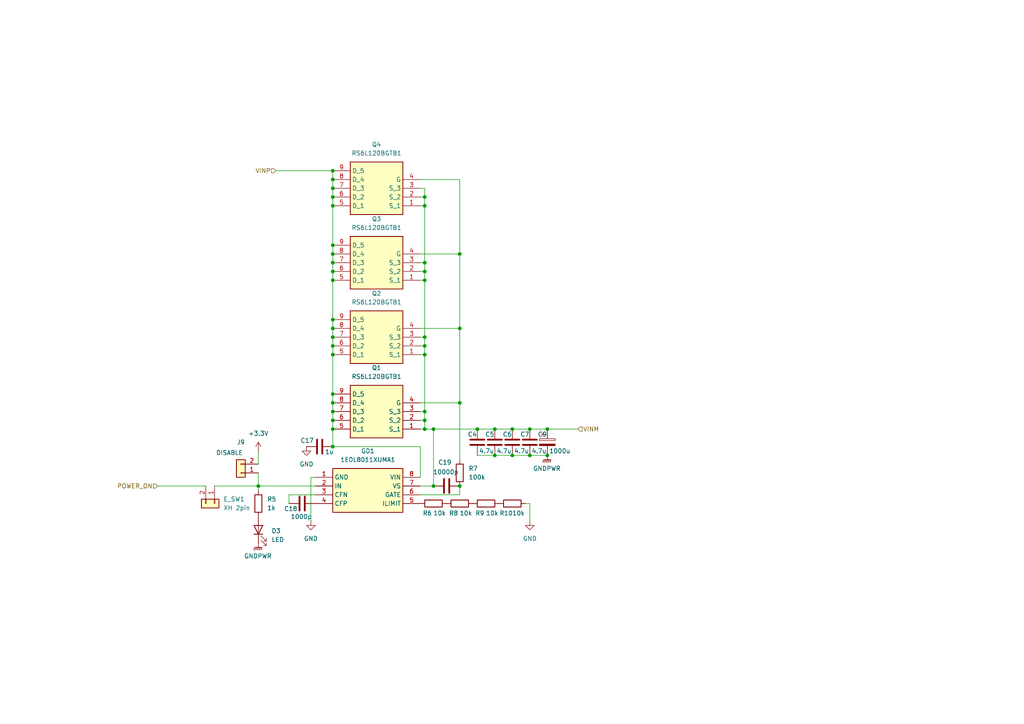
<source format=kicad_sch>
(kicad_sch (version 20250114) (generator "eeschema") (generator_version "9.0")
  (paper "A4")
  (lib_symbols
    (symbol "1EDL8011XUMA1:1EDL8011XUMA1"
      (property "Reference" "IC" (at 26.67 7.62 0))
      (property "Value" "1EDL8011XUMA1" (at 26.67 5.08 0))
      (symbol "1EDL8011XUMA1_1_1"
        (rectangle (start 5.08 2.54) (end 25.4 -10.16) (stroke (width 0.254)) (fill (type background)))
        (pin passive line (at 0 0 0) (length 5.08) (name "GND") (number "1"))
        (pin passive line (at 0 -2.54 0) (length 5.08) (name "IN") (number "2"))
        (pin passive line (at 0 -5.08 0) (length 5.08) (name "CFN") (number "3"))
        (pin passive line (at 0 -7.62 0) (length 5.08) (name "CFP") (number "4"))
        (pin passive line (at 30.48 0 180) (length 5.08) (name "VIN") (number "8"))
        (pin passive line (at 30.48 -2.54 180) (length 5.08) (name "VS") (number "7"))
        (pin passive line (at 30.48 -5.08 180) (length 5.08) (name "GATE") (number "6"))
        (pin passive line (at 30.48 -7.62 180) (length 5.08) (name "ILIMIT") (number "5"))
      )
    )
    (symbol "Connector_Generic:Conn_01x02" (pin_names (offset 1.016) (hide yes))
      (property "Reference" "J" (at 0 2.54 0))
      (property "Value" "Conn_01x02" (at 0 -5.08 0))
      (symbol "Conn_01x02_1_1"
        (rectangle (start -1.27 1.27) (end 1.27 -3.81) (stroke (width 0.254)) (fill (type background)))
        (rectangle (start -1.27 0.127) (end 0 -0.127) (stroke (width 0.1524)))
        (rectangle (start -1.27 -2.413) (end 0 -2.667) (stroke (width 0.1524)))
        (pin passive line (at -5.08 0 0) (length 3.81) (name "Pin_1") (number "1"))
        (pin passive line (at -5.08 -2.54 0) (length 3.81) (name "Pin_2") (number "2"))
      )
    )
    (symbol "Device:C" (pin_numbers (hide yes)) (pin_names (offset 0.254))
      (property "Reference" "C" (at 0.635 2.54 0))
      (property "Value" "C" (at 0.635 -2.54 0))
      (symbol "C_0_1"
        (polyline (pts (xy -2.032 0.762) (xy 2.032 0.762)) (stroke (width 0.508)))
        (polyline (pts (xy -2.032 -0.762) (xy 2.032 -0.762)) (stroke (width 0.508)))
      )
      (symbol "C_1_1"
        (pin passive line (at 0 3.81 270) (length 2.794) (name "~") (number "1"))
        (pin passive line (at 0 -3.81 90) (length 2.794) (name "~") (number "2"))
      )
    )
    (symbol "Device:C_Polarized" (pin_numbers (hide yes)) (pin_names (offset 0.254))
      (property "Reference" "C" (at 0.635 2.54 0))
      (property "Value" "C_Polarized" (at 0.635 -2.54 0))
      (symbol "C_Polarized_0_1"
        (rectangle (start -2.286 0.508) (end 2.286 1.016))
        (polyline (pts (xy -1.778 2.286) (xy -0.762 2.286)))
        (polyline (pts (xy -1.27 2.794) (xy -1.27 1.778)))
        (rectangle (start 2.286 -0.508) (end -2.286 -1.016) (fill (type outline)))
      )
      (symbol "C_Polarized_1_1"
        (pin passive line (at 0 3.81 270) (length 2.794) (name "~") (number "1"))
        (pin passive line (at 0 -3.81 90) (length 2.794) (name "~") (number "2"))
      )
    )
    (symbol "Device:LED" (pin_numbers (hide yes)) (pin_names (offset 1.016) (hide yes))
      (property "Reference" "D" (at 0 2.54 0))
      (property "Value" "LED" (at 0 -2.54 0))
      (symbol "LED_0_1"
        (polyline (pts (xy -3.048 -0.762) (xy -4.572 -2.286) (xy -3.81 -2.286) (xy -4.572 -2.286) (xy -4.572 -1.524)))
        (polyline (pts (xy -1.778 -0.762) (xy -3.302 -2.286) (xy -2.54 -2.286) (xy -3.302 -2.286) (xy -3.302 -1.524)))
        (polyline (pts (xy -1.27 0) (xy 1.27 0)))
        (polyline (pts (xy -1.27 -1.27) (xy -1.27 1.27)) (stroke (width 0.254)))
        (polyline (pts (xy 1.27 -1.27) (xy 1.27 1.27) (xy -1.27 0) (xy 1.27 -1.27)) (stroke (width 0.254)))
      )
      (symbol "LED_1_1"
        (pin passive line (at -3.81 0 0) (length 2.54) (name "K") (number "1"))
        (pin passive line (at 3.81 0 180) (length 2.54) (name "A") (number "2"))
      )
    )
    (symbol "Device:R" (pin_numbers (hide yes)) (pin_names (offset 0))
      (property "Reference" "R" (at 2.032 0 90))
      (property "Value" "R" (at 0 0 90))
      (symbol "R_0_1"
        (rectangle (start -1.016 -2.54) (end 1.016 2.54) (stroke (width 0.254)))
      )
      (symbol "R_1_1"
        (pin passive line (at 0 3.81 270) (length 1.27) (name "~") (number "1"))
        (pin passive line (at 0 -3.81 90) (length 1.27) (name "~") (number "2"))
      )
    )
    (symbol "RS6L120BGTB1:RS6L120BGTB1"
      (property "Reference" "Q1" (at 12.7 -17.78 0))
      (property "Value" "RS6L120BGTB1" (at 12.7 -15.24 0))
      (symbol "RS6L120BGTB1_1_1"
        (rectangle (start 5.08 2.54) (end 20.32 -12.7) (stroke (width 0.254)) (fill (type background)))
        (pin passive line (at 0 0 0) (length 5.08) (name "S_1") (number "1"))
        (pin passive line (at 0 -2.54 0) (length 5.08) (name "S_2") (number "2"))
        (pin passive line (at 0 -5.08 0) (length 5.08) (name "S_3") (number "3"))
        (pin passive line (at 0 -7.62 0) (length 5.08) (name "G") (number "4"))
        (pin passive line (at 25.4 0 180) (length 5.08) (name "D_1") (number "5"))
        (pin passive line (at 25.4 -2.54 180) (length 5.08) (name "D_2") (number "6"))
        (pin passive line (at 25.4 -5.08 180) (length 5.08) (name "D_3") (number "7"))
        (pin passive line (at 25.4 -7.62 180) (length 5.08) (name "D_4") (number "8"))
        (pin passive line (at 25.4 -10.16 180) (length 5.08) (name "D_5") (number "9"))
      )
    )
    (symbol "power:+3.3V" (power) (pin_numbers (hide yes)) (pin_names (offset 0) (hide yes))
      (property "Value" "+3.3V" (at 0 3.556 0))
      (symbol "+3.3V_0_1"
        (polyline (pts (xy -0.762 1.27) (xy 0 2.54)))
        (polyline (pts (xy 0 2.54) (xy 0.762 1.27)))
        (polyline (pts (xy 0 0) (xy 0 2.54)))
      )
      (symbol "+3.3V_1_1"
        (pin power_in line (at 0 0 90) (length 0) (name "~") (number "1"))
      )
    )
    (symbol "power:GND" (power) (pin_numbers (hide yes)) (pin_names (offset 0) (hide yes))
      (property "Value" "GND" (at 0 -3.81 0))
      (symbol "GND_0_1"
        (polyline (pts (xy 0 0) (xy 0 -1.27) (xy 1.27 -1.27) (xy 0 -2.54) (xy -1.27 -1.27) (xy 0 -1.27)))
      )
      (symbol "GND_1_1"
        (pin power_in line (at 0 0 270) (length 0) (name "~") (number "1"))
      )
    )
    (symbol "power:GNDPWR" (power) (pin_numbers (hide yes)) (pin_names (offset 0) (hide yes))
      (property "Value" "GNDPWR" (at 0 -3.302 0))
      (symbol "GNDPWR_0_1"
        (polyline (pts (xy -1.016 -1.27) (xy -1.27 -2.032) (xy -1.27 -2.032)) (stroke (width 0.2032)))
        (polyline (pts (xy -0.508 -1.27) (xy -0.762 -2.032) (xy -0.762 -2.032)) (stroke (width 0.2032)))
        (polyline (pts (xy 0 -1.27) (xy 0 0)))
        (polyline (pts (xy 0 -1.27) (xy -0.254 -2.032) (xy -0.254 -2.032)) (stroke (width 0.2032)))
        (polyline (pts (xy 0.508 -1.27) (xy 0.254 -2.032) (xy 0.254 -2.032)) (stroke (width 0.2032)))
        (polyline (pts (xy 1.016 -1.27) (xy -1.016 -1.27) (xy -1.016 -1.27)) (stroke (width 0.2032)))
        (polyline (pts (xy 1.016 -1.27) (xy 0.762 -2.032) (xy 0.762 -2.032) (xy 0.762 -2.032)) (stroke (width 0.2032)))
      )
      (symbol "GNDPWR_1_1"
        (pin power_in line (at 0 0 270) (length 0) (name "~") (number "1"))
      )
    )
  )
  (junction (at 96.52 59.69))
  (junction (at 143.51 124.46))
  (junction (at 123.19 119.38))
  (junction (at 133.35 95.25))
  (junction (at 125.73 140.97))
  (junction (at 123.19 57.15))
  (junction (at 96.52 71.12))
  (junction (at 96.52 124.46))
  (junction (at 96.52 76.2))
  (junction (at 125.73 124.46))
  (junction (at 123.19 102.87))
  (junction (at 96.52 57.15))
  (junction (at 96.52 102.87))
  (junction (at 74.93 140.97))
  (junction (at 138.43 124.46))
  (junction (at 96.52 73.66))
  (junction (at 96.52 52.07))
  (junction (at 96.52 81.28))
  (junction (at 158.75 132.08))
  (junction (at 148.59 124.46))
  (junction (at 96.52 54.61))
  (junction (at 123.19 76.2))
  (junction (at 96.52 116.84))
  (junction (at 153.67 124.46))
  (junction (at 96.52 119.38))
  (junction (at 133.35 140.97))
  (junction (at 96.52 49.53))
  (junction (at 123.19 124.46))
  (junction (at 123.19 78.74))
  (junction (at 96.52 97.79))
  (junction (at 96.52 114.3))
  (junction (at 133.35 116.84))
  (junction (at 96.52 100.33))
  (junction (at 158.75 124.46))
  (junction (at 123.19 100.33))
  (junction (at 153.67 132.08))
  (junction (at 123.19 81.28))
  (junction (at 96.52 92.71))
  (junction (at 123.19 59.69))
  (junction (at 123.19 97.79))
  (junction (at 143.51 132.08))
  (junction (at 148.59 132.08))
  (junction (at 96.52 129.54))
  (junction (at 96.52 78.74))
  (junction (at 96.52 95.25))
  (junction (at 133.35 73.66))
  (junction (at 96.52 121.92))
  (junction (at 123.19 121.92))
  (wire (pts (xy 96.52 81.28) (xy 96.52 92.71)))
  (wire (pts (xy 121.92 116.84) (xy 133.35 116.84)))
  (wire (pts (xy 96.52 92.71) (xy 96.52 95.25)))
  (wire (pts (xy 74.93 142.24) (xy 74.93 140.97)))
  (wire (pts (xy 74.93 130.81) (xy 74.93 134.62)))
  (wire (pts (xy 121.92 129.54) (xy 96.52 129.54)))
  (wire (pts (xy 133.35 95.25) (xy 133.35 116.84)))
  (wire (pts (xy 133.35 52.07) (xy 133.35 73.66)))
  (wire (pts (xy 96.52 129.54) (xy 96.52 124.46)))
  (wire (pts (xy 123.19 100.33) (xy 121.92 100.33)))
  (wire (pts (xy 80.01 49.53) (xy 96.52 49.53)))
  (wire (pts (xy 74.93 140.97) (xy 91.44 140.97)))
  (wire (pts (xy 123.19 54.61) (xy 123.19 57.15)))
  (wire (pts (xy 96.52 102.87) (xy 96.52 114.3)))
  (wire (pts (xy 121.92 143.51) (xy 133.35 143.51)))
  (wire (pts (xy 123.19 102.87) (xy 123.19 119.38)))
  (wire (pts (xy 96.52 119.38) (xy 96.52 121.92)))
  (wire (pts (xy 123.19 97.79) (xy 121.92 97.79)))
  (wire (pts (xy 153.67 132.08) (xy 158.75 132.08)))
  (wire (pts (xy 96.52 59.69) (xy 96.52 71.12)))
  (wire (pts (xy 62.23 140.97) (xy 74.93 140.97)))
  (wire (pts (xy 138.43 124.46) (xy 143.51 124.46)))
  (wire (pts (xy 96.52 100.33) (xy 96.52 102.87)))
  (wire (pts (xy 123.19 121.92) (xy 121.92 121.92)))
  (wire (pts (xy 148.59 124.46) (xy 153.67 124.46)))
  (wire (pts (xy 96.52 114.3) (xy 96.52 116.84)))
  (wire (pts (xy 121.92 95.25) (xy 133.35 95.25)))
  (wire (pts (xy 96.52 57.15) (xy 96.52 59.69)))
  (wire (pts (xy 133.35 73.66) (xy 133.35 95.25)))
  (wire (pts (xy 125.73 124.46) (xy 138.43 124.46)))
  (wire (pts (xy 125.73 124.46) (xy 125.73 140.97)))
  (wire (pts (xy 83.82 143.51) (xy 83.82 146.05)))
  (wire (pts (xy 121.92 54.61) (xy 123.19 54.61)))
  (wire (pts (xy 133.35 116.84) (xy 133.35 133.35)))
  (wire (pts (xy 74.93 137.16) (xy 74.93 140.97)))
  (wire (pts (xy 123.19 102.87) (xy 121.92 102.87)))
  (wire (pts (xy 121.92 57.15) (xy 123.19 57.15)))
  (wire (pts (xy 123.19 57.15) (xy 123.19 59.69)))
  (wire (pts (xy 143.51 132.08) (xy 148.59 132.08)))
  (wire (pts (xy 123.19 100.33) (xy 123.19 102.87)))
  (wire (pts (xy 96.52 116.84) (xy 96.52 119.38)))
  (wire (pts (xy 123.19 81.28) (xy 123.19 97.79)))
  (wire (pts (xy 153.67 146.05) (xy 152.4 146.05)))
  (wire (pts (xy 143.51 124.46) (xy 148.59 124.46)))
  (wire (pts (xy 96.52 97.79) (xy 96.52 100.33)))
  (wire (pts (xy 121.92 59.69) (xy 123.19 59.69)))
  (wire (pts (xy 121.92 138.43) (xy 121.92 129.54)))
  (wire (pts (xy 121.92 140.97) (xy 125.73 140.97)))
  (wire (pts (xy 123.19 78.74) (xy 121.92 78.74)))
  (wire (pts (xy 121.92 52.07) (xy 133.35 52.07)))
  (wire (pts (xy 91.44 138.43) (xy 90.17 138.43)))
  (wire (pts (xy 158.75 124.46) (xy 167.64 124.46)))
  (wire (pts (xy 123.19 119.38) (xy 123.19 121.92)))
  (wire (pts (xy 96.52 49.53) (xy 96.52 52.07)))
  (wire (pts (xy 96.52 52.07) (xy 96.52 54.61)))
  (wire (pts (xy 133.35 143.51) (xy 133.35 140.97)))
  (wire (pts (xy 123.19 124.46) (xy 125.73 124.46)))
  (wire (pts (xy 96.52 73.66) (xy 96.52 76.2)))
  (wire (pts (xy 123.19 81.28) (xy 121.92 81.28)))
  (wire (pts (xy 123.19 121.92) (xy 123.19 124.46)))
  (wire (pts (xy 90.17 138.43) (xy 90.17 151.13)))
  (wire (pts (xy 138.43 132.08) (xy 143.51 132.08)))
  (wire (pts (xy 45.72 140.97) (xy 59.69 140.97)))
  (wire (pts (xy 123.19 78.74) (xy 123.19 81.28)))
  (wire (pts (xy 123.19 59.69) (xy 123.19 76.2)))
  (wire (pts (xy 96.52 71.12) (xy 96.52 73.66)))
  (wire (pts (xy 153.67 151.13) (xy 153.67 146.05)))
  (wire (pts (xy 123.19 76.2) (xy 123.19 78.74)))
  (wire (pts (xy 96.52 76.2) (xy 96.52 78.74)))
  (wire (pts (xy 123.19 76.2) (xy 121.92 76.2)))
  (wire (pts (xy 123.19 97.79) (xy 123.19 100.33)))
  (wire (pts (xy 153.67 124.46) (xy 158.75 124.46)))
  (wire (pts (xy 148.59 132.08) (xy 153.67 132.08)))
  (wire (pts (xy 123.19 124.46) (xy 121.92 124.46)))
  (wire (pts (xy 123.19 119.38) (xy 121.92 119.38)))
  (wire (pts (xy 96.52 95.25) (xy 96.52 97.79)))
  (wire (pts (xy 96.52 121.92) (xy 96.52 124.46)))
  (wire (pts (xy 96.52 78.74) (xy 96.52 81.28)))
  (wire (pts (xy 96.52 54.61) (xy 96.52 57.15)))
  (wire (pts (xy 83.82 143.51) (xy 91.44 143.51)))
  (wire (pts (xy 121.92 73.66) (xy 133.35 73.66)))
  (hierarchical_label "POWER_ON" (shape input) (at 45.72 140.97 180))
  (hierarchical_label "VINM" (shape input) (at 167.64 124.46 0))
  (hierarchical_label "VINP" (shape input) (at 80.01 49.53 180))
  (symbol (lib_id "power:GNDPWR") (at 158.75 132.08 0) (unit 1)
    (property "Reference" "#PWR022" (effects (hide yes)))
    (property "Value" "GNDPWR" (at 158.623 135.89 0))
    (property "Description" "Power symbol creates a global label with name \"GNDPWR\" , global ground" (effects (hide yes)))
  )
  (symbol (lib_id "Device:C") (at 92.71 129.54 270) (unit 1)
    (property "Reference" "C17" (at 87.122 127.762 90) (effects (justify left)))
    (property "Value" "1u" (at 94.234 131.064 90) (effects (justify left)))
    (property "Footprint" "Capacitor_SMD:C_0603_1608Metric" (effects (hide yes)))
    (property "Description" "Unpolarized capacitor" (effects (hide yes)))
  )
  (symbol (lib_id "RS6L120BGTB1:RS6L120BGTB1") (at 121.92 59.69 180) (unit 1)
    (property "Reference" "Q4" (at 109.22 41.91 0))
    (property "Value" "RS6L120BGTB1" (at 109.22 44.45 0))
    (property "Footprint" "RS6L120BGTB1:RS1L151ATTB1" (effects (hide yes)))
    (property "Datasheet" "https://fscdn.rohm.com//en/products/databook/datasheet/discrete/transistor/mosfet/rs6l120bgtb1-e.pdf" (effects (hide yes)))
    (property "Description" "Nch 60V 150A, HSOP8, Power MOSFET" (effects (hide yes)))
    (property "Manufacturer_Name" "ROHM Semiconductor" (effects (hide yes)))
    (property "Manufacturer_Part_Number" "RS6L120BGTB1" (effects (hide yes)))
    (property "Mouser Part Number" "755-RS6L120BGTB1" (effects (hide yes)))
    (property "Mouser Price/Stock" "https://www.mouser.co.uk/ProductDetail/ROHM-Semiconductor/RS6L120BGTB1?qs=4ASt3YYao0VCNhtUCiGRjw%3D%3D" (effects (hide yes)))
  )
  (symbol (lib_id "Device:C") (at 148.59 128.27 0) (unit 1)
    (property "Reference" "C6" (at 145.796 125.984 0) (effects (justify left)))
    (property "Value" "4.7u" (at 149.098 130.81 0) (effects (justify left)))
    (property "Footprint" "Capacitor_SMD:C_0603_1608Metric" (effects (hide yes)))
    (property "Description" "Unpolarized capacitor" (effects (hide yes)))
  )
  (symbol (lib_id "power:GND") (at 153.67 151.13 0) (unit 1)
    (property "Reference" "#PWR041" (effects (hide yes)))
    (property "Value" "GND" (at 153.67 156.21 0))
    (property "Description" "Power symbol creates a global label with name \"GND\" , ground" (effects (hide yes)))
  )
  (symbol (lib_id "power:GNDPWR") (at 74.93 157.48 0) (unit 1)
    (property "Reference" "#PWR037" (effects (hide yes)))
    (property "Value" "GNDPWR" (at 74.803 161.29 0))
    (property "Description" "Power symbol creates a global label with name \"GNDPWR\" , global ground" (effects (hide yes)))
  )
  (symbol (lib_id "Device:R") (at 140.97 146.05 270) (unit 1)
    (property "Reference" "R9" (at 139.192 148.844 90))
    (property "Value" "10k" (at 142.748 148.844 90))
    (property "Footprint" "Resistor_SMD:R_0603_1608Metric" (effects (hide yes)))
    (property "Description" "Resistor" (effects (hide yes)))
  )
  (symbol (lib_id "RS6L120BGTB1:RS6L120BGTB1") (at 121.92 124.46 180) (unit 1)
    (property "Reference" "Q1" (at 109.22 106.68 0))
    (property "Value" "RS6L120BGTB1" (at 109.22 109.22 0))
    (property "Footprint" "RS6L120BGTB1:RS1L151ATTB1" (effects (hide yes)))
    (property "Datasheet" "https://fscdn.rohm.com//en/products/databook/datasheet/discrete/transistor/mosfet/rs6l120bgtb1-e.pdf" (effects (hide yes)))
    (property "Description" "Nch 60V 150A, HSOP8, Power MOSFET" (effects (hide yes)))
    (property "Manufacturer_Name" "ROHM Semiconductor" (effects (hide yes)))
    (property "Manufacturer_Part_Number" "RS6L120BGTB1" (effects (hide yes)))
    (property "Mouser Part Number" "755-RS6L120BGTB1" (effects (hide yes)))
    (property "Mouser Price/Stock" "https://www.mouser.co.uk/ProductDetail/ROHM-Semiconductor/RS6L120BGTB1?qs=4ASt3YYao0VCNhtUCiGRjw%3D%3D" (effects (hide yes)))
  )
  (symbol (lib_id "Connector_Generic:Conn_01x02") (at 62.23 146.05 270) (unit 1)
    (property "Reference" "E_SW1" (at 64.77 144.7799 90) (effects (justify left)))
    (property "Value" "XH 2pin" (at 64.77 147.3199 90) (effects (justify left)))
    (property "Footprint" "Connector_JST:JST_XH_B2B-XH-A_1x02_P2.50mm_Vertical" (effects (hide yes)))
    (property "Description" "Generic connector, single row, 01x02, script generated (kicad-library-utils/schlib/autogen/connector/)" (effects (hide yes)))
  )
  (symbol (lib_id "RS6L120BGTB1:RS6L120BGTB1") (at 121.92 102.87 180) (unit 1)
    (property "Reference" "Q2" (at 109.22 85.09 0))
    (property "Value" "RS6L120BGTB1" (at 109.22 87.63 0))
    (property "Footprint" "RS6L120BGTB1:RS1L151ATTB1" (effects (hide yes)))
    (property "Datasheet" "https://fscdn.rohm.com//en/products/databook/datasheet/discrete/transistor/mosfet/rs6l120bgtb1-e.pdf" (effects (hide yes)))
    (property "Description" "Nch 60V 150A, HSOP8, Power MOSFET" (effects (hide yes)))
    (property "Manufacturer_Name" "ROHM Semiconductor" (effects (hide yes)))
    (property "Manufacturer_Part_Number" "RS6L120BGTB1" (effects (hide yes)))
    (property "Mouser Part Number" "755-RS6L120BGTB1" (effects (hide yes)))
    (property "Mouser Price/Stock" "https://www.mouser.co.uk/ProductDetail/ROHM-Semiconductor/RS6L120BGTB1?qs=4ASt3YYao0VCNhtUCiGRjw%3D%3D" (effects (hide yes)))
  )
  (symbol (lib_id "Connector_Generic:Conn_01x02") (at 69.85 137.16 180) (unit 1)
    (property "Reference" "J9" (at 69.85 128.27 0))
    (property "Value" "DISABLE" (at 66.548 131.318 0))
    (property "Footprint" "Connector_PinHeader_2.54mm:PinHeader_1x02_P2.54mm_Vertical" (effects (hide yes)))
    (property "Description" "Generic connector, single row, 01x02, script generated (kicad-library-utils/schlib/autogen/connector/)" (effects (hide yes)))
  )
  (symbol (lib_id "Device:R") (at 125.73 146.05 270) (unit 1)
    (property "Reference" "R6" (at 123.952 148.844 90))
    (property "Value" "10k" (at 127.508 148.844 90))
    (property "Footprint" "Resistor_SMD:R_0603_1608Metric" (effects (hide yes)))
    (property "Description" "Resistor" (effects (hide yes)))
  )
  (symbol (lib_id "power:GND") (at 90.17 151.13 0) (unit 1)
    (property "Reference" "#PWR039" (effects (hide yes)))
    (property "Value" "GND" (at 90.17 156.21 0))
    (property "Description" "Power symbol creates a global label with name \"GND\" , ground" (effects (hide yes)))
  )
  (symbol (lib_id "Device:R") (at 133.35 137.16 180) (unit 1)
    (property "Reference" "R7" (at 135.89 135.8899 0) (effects (justify right)))
    (property "Value" "100k" (at 135.89 138.4299 0) (effects (justify right)))
    (property "Footprint" "Resistor_SMD:R_0603_1608Metric" (effects (hide yes)))
    (property "Description" "Resistor" (effects (hide yes)))
  )
  (symbol (lib_id "Device:C_Polarized") (at 158.75 128.27 0) (unit 1)
    (property "Reference" "C9" (at 155.956 125.984 0) (effects (justify left)))
    (property "Value" "1000u" (at 159.258 130.81 0) (effects (justify left)))
    (property "Footprint" "Capacitor_THT:CP_Radial_D12.5mm_P5.00mm" (effects (hide yes)))
    (property "Description" "Polarized capacitor" (effects (hide yes)))
  )
  (symbol (lib_id "Device:C") (at 129.54 140.97 90) (unit 1)
    (property "Reference" "C19" (at 129.032 134.112 90))
    (property "Value" "10000p" (at 129.286 136.906 90))
    (property "Footprint" "Capacitor_SMD:C_0603_1608Metric" (effects (hide yes)))
    (property "Description" "Unpolarized capacitor" (effects (hide yes)))
  )
  (symbol (lib_id "Device:C") (at 138.43 128.27 0) (unit 1)
    (property "Reference" "C4" (at 135.636 125.984 0) (effects (justify left)))
    (property "Value" "4.7u" (at 138.938 130.81 0) (effects (justify left)))
    (property "Footprint" "Capacitor_SMD:C_0603_1608Metric" (effects (hide yes)))
    (property "Description" "Unpolarized capacitor" (effects (hide yes)))
  )
  (symbol (lib_id "Device:R") (at 133.35 146.05 270) (unit 1)
    (property "Reference" "R8" (at 131.572 148.844 90))
    (property "Value" "10k" (at 135.128 148.844 90))
    (property "Footprint" "Resistor_SMD:R_0603_1608Metric" (effects (hide yes)))
    (property "Description" "Resistor" (effects (hide yes)))
  )
  (symbol (lib_id "Device:C") (at 153.67 128.27 0) (unit 1)
    (property "Reference" "C7" (at 150.876 125.984 0) (effects (justify left)))
    (property "Value" "4.7u" (at 154.178 130.81 0) (effects (justify left)))
    (property "Footprint" "Capacitor_SMD:C_0603_1608Metric" (effects (hide yes)))
    (property "Description" "Unpolarized capacitor" (effects (hide yes)))
  )
  (symbol (lib_id "power:GND") (at 88.9 129.54 0) (unit 1)
    (property "Reference" "#PWR038" (effects (hide yes)))
    (property "Value" "GND" (at 88.9 134.62 0))
    (property "Description" "Power symbol creates a global label with name \"GND\" , ground" (effects (hide yes)))
  )
  (symbol (lib_id "RS6L120BGTB1:RS6L120BGTB1") (at 121.92 81.28 180) (unit 1)
    (property "Reference" "Q3" (at 109.22 63.5 0))
    (property "Value" "RS6L120BGTB1" (at 109.22 66.04 0))
    (property "Footprint" "RS6L120BGTB1:RS1L151ATTB1" (effects (hide yes)))
    (property "Datasheet" "https://fscdn.rohm.com//en/products/databook/datasheet/discrete/transistor/mosfet/rs6l120bgtb1-e.pdf" (effects (hide yes)))
    (property "Description" "Nch 60V 150A, HSOP8, Power MOSFET" (effects (hide yes)))
    (property "Manufacturer_Name" "ROHM Semiconductor" (effects (hide yes)))
    (property "Manufacturer_Part_Number" "RS6L120BGTB1" (effects (hide yes)))
    (property "Mouser Part Number" "755-RS6L120BGTB1" (effects (hide yes)))
    (property "Mouser Price/Stock" "https://www.mouser.co.uk/ProductDetail/ROHM-Semiconductor/RS6L120BGTB1?qs=4ASt3YYao0VCNhtUCiGRjw%3D%3D" (effects (hide yes)))
  )
  (symbol (lib_id "power:+3.3V") (at 74.93 130.81 0) (unit 1)
    (property "Reference" "#PWR036" (effects (hide yes)))
    (property "Value" "+3.3V" (at 74.93 125.73 0))
    (property "Description" "Power symbol creates a global label with name \"+3.3V\"" (effects (hide yes)))
  )
  (symbol (lib_id "Device:C") (at 87.63 146.05 90) (unit 1)
    (property "Reference" "C18" (at 84.328 147.574 90))
    (property "Value" "1000p" (at 87.376 149.86 90))
    (property "Footprint" "Capacitor_SMD:C_0603_1608Metric" (effects (hide yes)))
    (property "Description" "Unpolarized capacitor" (effects (hide yes)))
  )
  (symbol (lib_id "Device:R") (at 148.59 146.05 270) (unit 1)
    (property "Reference" "R10" (at 146.812 148.844 90))
    (property "Value" "10k" (at 150.368 148.844 90))
    (property "Footprint" "Resistor_SMD:R_0603_1608Metric" (effects (hide yes)))
    (property "Description" "Resistor" (effects (hide yes)))
  )
  (symbol (lib_id "Device:LED") (at 74.93 153.67 90) (unit 1)
    (property "Reference" "D3" (at 78.74 153.9874 90) (effects (justify right)))
    (property "Value" "LED" (at 78.74 156.5274 90) (effects (justify right)))
    (property "Footprint" "LED_SMD:LED_0603_1608Metric" (effects (hide yes)))
    (property "Description" "Light emitting diode" (effects (hide yes)))
    (property "Sim.Pins" "1=K 2=A" (effects (hide yes)))
  )
  (symbol (lib_id "Device:C") (at 143.51 128.27 0) (unit 1)
    (property "Reference" "C5" (at 140.716 125.984 0) (effects (justify left)))
    (property "Value" "4.7u" (at 144.018 130.81 0) (effects (justify left)))
    (property "Footprint" "Capacitor_SMD:C_0603_1608Metric" (effects (hide yes)))
    (property "Description" "Unpolarized capacitor" (effects (hide yes)))
  )
  (symbol (lib_id "1EDL8011XUMA1:1EDL8011XUMA1") (at 91.44 138.43 0) (unit 1)
    (property "Reference" "GD1" (at 106.68 130.81 0))
    (property "Value" "1EDL8011XUMA1" (at 106.68 133.35 0))
    (property "Footprint" "1EDL8011:SOIC127P600X175-8N" (effects (hide yes)))
    (property "Datasheet" "https://www.infineon.com/dgdl/Infineon-1EDL8011-DataSheet-v01_00-EN.pdf?fileId=8ac78c8c914a3ac801914a651c6f0004" (effects (hide yes)))
    (property "Description" "High-Side Gate Driver IC Non-Inverting PG-DSO-8-92" (effects (hide yes)))
    (property "Height" "1.75" (effects (hide yes)))
    (property "Mouser Part Number" "726-1EDL8011XUMA1" (effects (hide yes)))
    (property "Mouser Price/Stock" "https://www.mouser.co.uk/ProductDetail/Infineon-Technologies/1EDL8011XUMA1?qs=VVKQmw408U%2F7pljocg7WSg%3D%3D" (effects (hide yes)))
    (property "Manufacturer_Name" "Infineon" (effects (hide yes)))
    (property "Manufacturer_Part_Number" "1EDL8011XUMA1" (effects (hide yes)))
  )
  (symbol (lib_id "Device:R") (at 74.93 146.05 180) (unit 1)
    (property "Reference" "R5" (at 77.47 144.7799 0) (effects (justify right)))
    (property "Value" "1k" (at 77.47 147.3199 0) (effects (justify right)))
    (property "Footprint" "Resistor_SMD:R_0603_1608Metric" (effects (hide yes)))
    (property "Description" "Resistor" (effects (hide yes)))
  )
)
</source>
